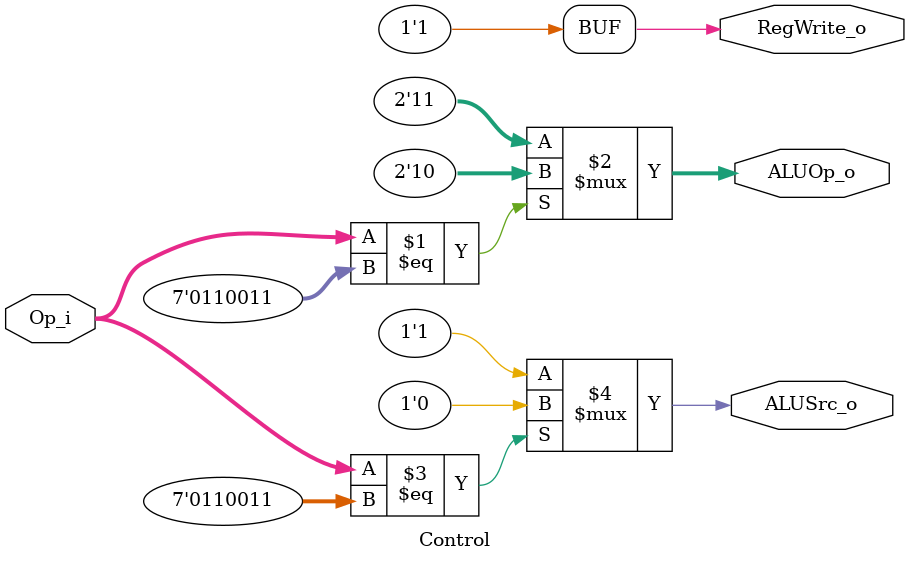
<source format=v>
`define RTYPE 7'b0110011

module Control(Op_i, ALUOp_o, ALUSrc_o, RegWrite_o);
    input [6:0] Op_i;
    output [1:0] ALUOp_o;
    output ALUSrc_o, RegWrite_o;

    assign ALUOp_o = (Op_i == `RTYPE) ? 2'b10 : 2'b11;
    assign ALUSrc_o = (Op_i == `RTYPE) ? 1'b0 : 1'b1;
    assign RegWrite_o = 1'b1;

endmodule
</source>
